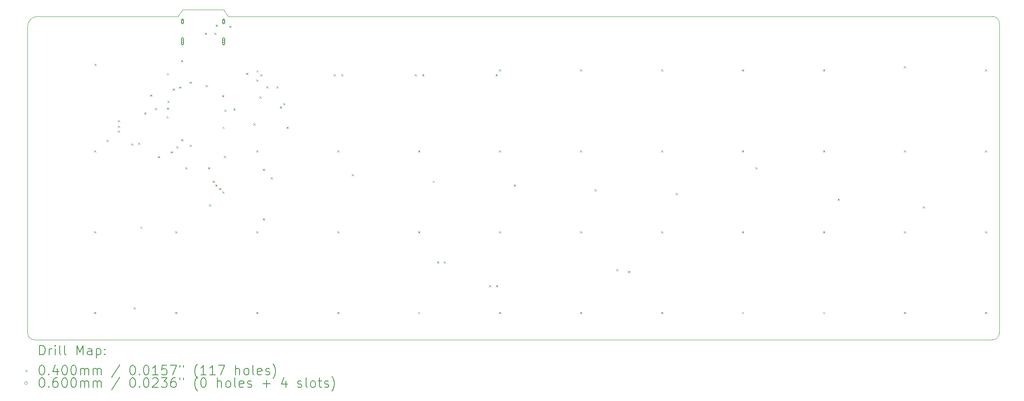
<source format=gbr>
%FSLAX45Y45*%
G04 Gerber Fmt 4.5, Leading zero omitted, Abs format (unit mm)*
G04 Created by KiCad (PCBNEW (6.0.4-0)) date 2023-09-21 22:36:33*
%MOMM*%
%LPD*%
G01*
G04 APERTURE LIST*
%TA.AperFunction,Profile*%
%ADD10C,0.100000*%
%TD*%
%ADD11C,0.200000*%
%ADD12C,0.040000*%
%ADD13C,0.060000*%
G04 APERTURE END LIST*
D10*
X7649996Y-1487496D02*
G75*
G03*
X7437496Y-1699998I4J-212504D01*
G01*
X11545828Y-1345833D02*
X11652078Y-1487499D01*
X10589578Y-1487499D02*
X10554162Y-1487499D01*
X7437503Y-8145829D02*
X7437503Y-1699999D01*
X27837487Y-8145829D02*
X27837487Y-1629166D01*
X7649996Y-1487498D02*
X10554162Y-1487499D01*
X27837485Y-1629162D02*
G75*
G03*
X27695822Y-1487495I-141665J2D01*
G01*
X27695822Y-1487495D02*
X11687494Y-1487499D01*
X11687494Y-1487499D02*
X11652078Y-1487499D01*
X7579170Y-8287496D02*
X27695820Y-8287496D01*
X10589578Y-1487499D02*
X10695828Y-1345833D01*
X10695828Y-1345833D02*
X11545828Y-1345833D01*
X7437494Y-8145829D02*
G75*
G03*
X7579170Y-8287496I141666J-1D01*
G01*
X27695820Y-8287497D02*
G75*
G03*
X27837487Y-8145829I0J141667D01*
G01*
D11*
D12*
X8834163Y-4300831D02*
X8874163Y-4340831D01*
X8874163Y-4300831D02*
X8834163Y-4340831D01*
X8834163Y-6000830D02*
X8874163Y-6040830D01*
X8874163Y-6000830D02*
X8834163Y-6040830D01*
X8834163Y-7700830D02*
X8874163Y-7740830D01*
X8874163Y-7700830D02*
X8834163Y-7740830D01*
X8840000Y-2480000D02*
X8880000Y-2520000D01*
X8880000Y-2480000D02*
X8840000Y-2520000D01*
X9094996Y-4082438D02*
X9134996Y-4122438D01*
X9134996Y-4082438D02*
X9094996Y-4122438D01*
X9329897Y-3785300D02*
X9369897Y-3825300D01*
X9369897Y-3785300D02*
X9329897Y-3825300D01*
X9329897Y-3885250D02*
X9369897Y-3925250D01*
X9369897Y-3885250D02*
X9329897Y-3925250D01*
X9329996Y-3663332D02*
X9369996Y-3703332D01*
X9369996Y-3663332D02*
X9329996Y-3703332D01*
X9613329Y-4159165D02*
X9653329Y-4199165D01*
X9653329Y-4159165D02*
X9613329Y-4199165D01*
X9659210Y-7605044D02*
X9699210Y-7645044D01*
X9699210Y-7605044D02*
X9659210Y-7645044D01*
X9754995Y-4137498D02*
X9794995Y-4177498D01*
X9794995Y-4137498D02*
X9754995Y-4177498D01*
X9800877Y-5905045D02*
X9840877Y-5945045D01*
X9840877Y-5905045D02*
X9800877Y-5945045D01*
X9886000Y-3504250D02*
X9926000Y-3544250D01*
X9926000Y-3504250D02*
X9886000Y-3544250D01*
X10006227Y-3128767D02*
X10046227Y-3168767D01*
X10046227Y-3128767D02*
X10006227Y-3168767D01*
X10109950Y-3409000D02*
X10149950Y-3449000D01*
X10149950Y-3409000D02*
X10109950Y-3449000D01*
X10171750Y-4422548D02*
X10211750Y-4462548D01*
X10211750Y-4422548D02*
X10171750Y-4462548D01*
X10350360Y-3586149D02*
X10390360Y-3626149D01*
X10390360Y-3586149D02*
X10350360Y-3626149D01*
X10360000Y-2680000D02*
X10400000Y-2720000D01*
X10400000Y-2680000D02*
X10360000Y-2720000D01*
X10360000Y-3402450D02*
X10400000Y-3442450D01*
X10400000Y-3402450D02*
X10360000Y-3442450D01*
X10370000Y-3257550D02*
X10410000Y-3297550D01*
X10410000Y-3257550D02*
X10370000Y-3297550D01*
X10442618Y-4321542D02*
X10482618Y-4361542D01*
X10482618Y-4321542D02*
X10442618Y-4361542D01*
X10484945Y-3002000D02*
X10524945Y-3042000D01*
X10524945Y-3002000D02*
X10484945Y-3042000D01*
X10534162Y-6000830D02*
X10574162Y-6040830D01*
X10574162Y-6000830D02*
X10534162Y-6040830D01*
X10534162Y-7700830D02*
X10574162Y-7740830D01*
X10574162Y-7700830D02*
X10534162Y-7740830D01*
X10555968Y-4215369D02*
X10595968Y-4255369D01*
X10595968Y-4215369D02*
X10555968Y-4255369D01*
X10615641Y-2959079D02*
X10655641Y-2999079D01*
X10655641Y-2959079D02*
X10615641Y-2999079D01*
X10656000Y-2402000D02*
X10696000Y-2442000D01*
X10696000Y-2402000D02*
X10656000Y-2442000D01*
X10660000Y-4068550D02*
X10700000Y-4108550D01*
X10700000Y-4068550D02*
X10660000Y-4108550D01*
X10746662Y-4654998D02*
X10786662Y-4694998D01*
X10786662Y-4654998D02*
X10746662Y-4694998D01*
X10839995Y-2857550D02*
X10879995Y-2897550D01*
X10879995Y-2857550D02*
X10839995Y-2897550D01*
X10840000Y-4180000D02*
X10880000Y-4220000D01*
X10880000Y-4180000D02*
X10840000Y-4220000D01*
X11155000Y-1830000D02*
X11195000Y-1870000D01*
X11195000Y-1830000D02*
X11155000Y-1870000D01*
X11173898Y-2930000D02*
X11213898Y-2970000D01*
X11213898Y-2930000D02*
X11173898Y-2970000D01*
X11222541Y-4654998D02*
X11262541Y-4694998D01*
X11262541Y-4654998D02*
X11222541Y-4694998D01*
X11242495Y-5434164D02*
X11282495Y-5474164D01*
X11282495Y-5434164D02*
X11242495Y-5474164D01*
X11320000Y-4940000D02*
X11360000Y-4980000D01*
X11360000Y-4940000D02*
X11320000Y-4980000D01*
X11355000Y-1830000D02*
X11395000Y-1870000D01*
X11395000Y-1830000D02*
X11355000Y-1870000D01*
X11375442Y-5023164D02*
X11415442Y-5063164D01*
X11415442Y-5023164D02*
X11375442Y-5063164D01*
X11384161Y-1657550D02*
X11424161Y-1697550D01*
X11424161Y-1657550D02*
X11384161Y-1697550D01*
X11454995Y-5093114D02*
X11494995Y-5133114D01*
X11494995Y-5093114D02*
X11454995Y-5133114D01*
X11520000Y-3141450D02*
X11560000Y-3181450D01*
X11560000Y-3141450D02*
X11520000Y-3181450D01*
X11526112Y-5163344D02*
X11566112Y-5203344D01*
X11566112Y-5163344D02*
X11526112Y-5203344D01*
X11527445Y-3804998D02*
X11567445Y-3844998D01*
X11567445Y-3804998D02*
X11527445Y-3844998D01*
X11560000Y-4420000D02*
X11600000Y-4460000D01*
X11600000Y-4420000D02*
X11560000Y-4460000D01*
X11563836Y-3443836D02*
X11603836Y-3483836D01*
X11603836Y-3443836D02*
X11563836Y-3483836D01*
X11667494Y-1679999D02*
X11707494Y-1719999D01*
X11707494Y-1679999D02*
X11667494Y-1719999D01*
X11756009Y-3420000D02*
X11796009Y-3460000D01*
X11796009Y-3420000D02*
X11756009Y-3460000D01*
X12021661Y-2671665D02*
X12061661Y-2711665D01*
X12061661Y-2671665D02*
X12021661Y-2711665D01*
X12173449Y-3732135D02*
X12213449Y-3772135D01*
X12213449Y-3732135D02*
X12173449Y-3772135D01*
X12234161Y-2813332D02*
X12274161Y-2853332D01*
X12274161Y-2813332D02*
X12234161Y-2853332D01*
X12234161Y-4300831D02*
X12274161Y-4340831D01*
X12274161Y-4300831D02*
X12234161Y-4340831D01*
X12234161Y-6000830D02*
X12274161Y-6040830D01*
X12274161Y-6000830D02*
X12234161Y-6040830D01*
X12234161Y-7700830D02*
X12274161Y-7740830D01*
X12274161Y-7700830D02*
X12234161Y-7740830D01*
X12240000Y-2620000D02*
X12280000Y-2660000D01*
X12280000Y-2620000D02*
X12240000Y-2660000D01*
X12304994Y-3167498D02*
X12344994Y-3207498D01*
X12344994Y-3167498D02*
X12304994Y-3207498D01*
X12320000Y-2700000D02*
X12360000Y-2740000D01*
X12360000Y-2700000D02*
X12320000Y-2740000D01*
X12375827Y-4690098D02*
X12415827Y-4730098D01*
X12415827Y-4690098D02*
X12375827Y-4730098D01*
X12375827Y-5732465D02*
X12415827Y-5772465D01*
X12415827Y-5732465D02*
X12375827Y-5772465D01*
X12446661Y-2954999D02*
X12486661Y-2994999D01*
X12486661Y-2954999D02*
X12446661Y-2994999D01*
X12540000Y-4869950D02*
X12580000Y-4909950D01*
X12580000Y-4869950D02*
X12540000Y-4909950D01*
X12659161Y-2954999D02*
X12699161Y-2994999D01*
X12699161Y-2954999D02*
X12659161Y-2994999D01*
X12729994Y-3379998D02*
X12769994Y-3419998D01*
X12769994Y-3379998D02*
X12729994Y-3419998D01*
X12800827Y-3309165D02*
X12840827Y-3349165D01*
X12840827Y-3309165D02*
X12800827Y-3349165D01*
X12871661Y-3804998D02*
X12911661Y-3844998D01*
X12911661Y-3804998D02*
X12871661Y-3844998D01*
X13860000Y-2700000D02*
X13900000Y-2740000D01*
X13900000Y-2700000D02*
X13860000Y-2740000D01*
X13934160Y-4300831D02*
X13974160Y-4340831D01*
X13974160Y-4300831D02*
X13934160Y-4340831D01*
X13934160Y-6000830D02*
X13974160Y-6040830D01*
X13974160Y-6000830D02*
X13934160Y-6040830D01*
X13934160Y-7700830D02*
X13974160Y-7740830D01*
X13974160Y-7700830D02*
X13934160Y-7740830D01*
X14020000Y-2700000D02*
X14060000Y-2740000D01*
X14060000Y-2700000D02*
X14020000Y-2740000D01*
X14240000Y-4800000D02*
X14280000Y-4840000D01*
X14280000Y-4800000D02*
X14240000Y-4840000D01*
X15560000Y-2700000D02*
X15600000Y-2740000D01*
X15600000Y-2700000D02*
X15560000Y-2740000D01*
X15634159Y-4300831D02*
X15674159Y-4340831D01*
X15674159Y-4300831D02*
X15634159Y-4340831D01*
X15634159Y-6000830D02*
X15674159Y-6040830D01*
X15674159Y-6000830D02*
X15634159Y-6040830D01*
X15634159Y-7700830D02*
X15674159Y-7740830D01*
X15674159Y-7700830D02*
X15634159Y-7740830D01*
X15720000Y-2700000D02*
X15760000Y-2740000D01*
X15760000Y-2700000D02*
X15720000Y-2740000D01*
X15940000Y-4940000D02*
X15980000Y-4980000D01*
X15980000Y-4940000D02*
X15940000Y-4980000D01*
X16032495Y-6638330D02*
X16072495Y-6678330D01*
X16072495Y-6638330D02*
X16032495Y-6678330D01*
X16172395Y-6638330D02*
X16212395Y-6678330D01*
X16212395Y-6638330D02*
X16172395Y-6678330D01*
X17121659Y-7134163D02*
X17161659Y-7174163D01*
X17161659Y-7134163D02*
X17121659Y-7174163D01*
X17260000Y-2700000D02*
X17300000Y-2740000D01*
X17300000Y-2700000D02*
X17260000Y-2740000D01*
X17267400Y-7134163D02*
X17307400Y-7174163D01*
X17307400Y-7134163D02*
X17267400Y-7174163D01*
X17334159Y-2600832D02*
X17374159Y-2640832D01*
X17374159Y-2600832D02*
X17334159Y-2640832D01*
X17334159Y-4300831D02*
X17374159Y-4340831D01*
X17374159Y-4300831D02*
X17334159Y-4340831D01*
X17334159Y-6000830D02*
X17374159Y-6040830D01*
X17374159Y-6000830D02*
X17334159Y-6040830D01*
X17334159Y-7700830D02*
X17374159Y-7740830D01*
X17374159Y-7700830D02*
X17334159Y-7740830D01*
X17640000Y-5020000D02*
X17680000Y-5060000D01*
X17680000Y-5020000D02*
X17640000Y-5060000D01*
X19034158Y-2600832D02*
X19074158Y-2640832D01*
X19074158Y-2600832D02*
X19034158Y-2640832D01*
X19034158Y-4300831D02*
X19074158Y-4340831D01*
X19074158Y-4300831D02*
X19034158Y-4340831D01*
X19034158Y-6000830D02*
X19074158Y-6040830D01*
X19074158Y-6000830D02*
X19034158Y-6040830D01*
X19034158Y-7700830D02*
X19074158Y-7740830D01*
X19074158Y-7700830D02*
X19034158Y-7740830D01*
X19340000Y-5120000D02*
X19380000Y-5160000D01*
X19380000Y-5120000D02*
X19340000Y-5160000D01*
X19796678Y-6796643D02*
X19836678Y-6836643D01*
X19836678Y-6796643D02*
X19796678Y-6836643D01*
X20040804Y-6835850D02*
X20080804Y-6875850D01*
X20080804Y-6835850D02*
X20040804Y-6875850D01*
X20734157Y-2600832D02*
X20774157Y-2640832D01*
X20774157Y-2600832D02*
X20734157Y-2640832D01*
X20734157Y-4300831D02*
X20774157Y-4340831D01*
X20774157Y-4300831D02*
X20734157Y-4340831D01*
X20734157Y-6000830D02*
X20774157Y-6040830D01*
X20774157Y-6000830D02*
X20734157Y-6040830D01*
X20734157Y-7700830D02*
X20774157Y-7740830D01*
X20774157Y-7700830D02*
X20734157Y-7740830D01*
X21039990Y-5199165D02*
X21079990Y-5239165D01*
X21079990Y-5199165D02*
X21039990Y-5239165D01*
X22434156Y-2600832D02*
X22474156Y-2640832D01*
X22474156Y-2600832D02*
X22434156Y-2640832D01*
X22434156Y-4300831D02*
X22474156Y-4340831D01*
X22474156Y-4300831D02*
X22434156Y-4340831D01*
X22434156Y-6000830D02*
X22474156Y-6040830D01*
X22474156Y-6000830D02*
X22434156Y-6040830D01*
X22434156Y-7700830D02*
X22474156Y-7740830D01*
X22474156Y-7700830D02*
X22434156Y-7740830D01*
X22717489Y-4654998D02*
X22757489Y-4694998D01*
X22757489Y-4654998D02*
X22717489Y-4694998D01*
X24134155Y-2600832D02*
X24174155Y-2640832D01*
X24174155Y-2600832D02*
X24134155Y-2640832D01*
X24134155Y-4300831D02*
X24174155Y-4340831D01*
X24174155Y-4300831D02*
X24134155Y-4340831D01*
X24134155Y-6000830D02*
X24174155Y-6040830D01*
X24174155Y-6000830D02*
X24134155Y-6040830D01*
X24134155Y-7700830D02*
X24174155Y-7740830D01*
X24174155Y-7700830D02*
X24134155Y-7740830D01*
X24439988Y-5314997D02*
X24479988Y-5354997D01*
X24479988Y-5314997D02*
X24439988Y-5354997D01*
X25834154Y-2529999D02*
X25874154Y-2569999D01*
X25874154Y-2529999D02*
X25834154Y-2569999D01*
X25834154Y-4300831D02*
X25874154Y-4340831D01*
X25874154Y-4300831D02*
X25834154Y-4340831D01*
X25834154Y-6000830D02*
X25874154Y-6040830D01*
X25874154Y-6000830D02*
X25834154Y-6040830D01*
X25834154Y-7700830D02*
X25874154Y-7740830D01*
X25874154Y-7700830D02*
X25834154Y-7740830D01*
X26229842Y-5475685D02*
X26269842Y-5515685D01*
X26269842Y-5475685D02*
X26229842Y-5515685D01*
X27534154Y-2600832D02*
X27574154Y-2640832D01*
X27574154Y-2600832D02*
X27534154Y-2640832D01*
X27534154Y-4300831D02*
X27574154Y-4340831D01*
X27574154Y-4300831D02*
X27534154Y-4340831D01*
X27534154Y-6000830D02*
X27574154Y-6040830D01*
X27574154Y-6000830D02*
X27534154Y-6040830D01*
X27534154Y-7700830D02*
X27574154Y-7740830D01*
X27574154Y-7700830D02*
X27534154Y-7740830D01*
D13*
X10718828Y-1592499D02*
G75*
G03*
X10718828Y-1592499I-30000J0D01*
G01*
D11*
X10668828Y-1562499D02*
X10668828Y-1622499D01*
X10708828Y-1562499D02*
X10708828Y-1622499D01*
X10668828Y-1622499D02*
G75*
G03*
X10708828Y-1622499I20000J0D01*
G01*
X10708828Y-1562499D02*
G75*
G03*
X10668828Y-1562499I-20000J0D01*
G01*
D13*
X10718828Y-2010499D02*
G75*
G03*
X10718828Y-2010499I-30000J0D01*
G01*
D11*
X10668828Y-1955499D02*
X10668828Y-2065499D01*
X10708828Y-1955499D02*
X10708828Y-2065499D01*
X10668828Y-2065499D02*
G75*
G03*
X10708828Y-2065499I20000J0D01*
G01*
X10708828Y-1955499D02*
G75*
G03*
X10668828Y-1955499I-20000J0D01*
G01*
D13*
X11582828Y-1592499D02*
G75*
G03*
X11582828Y-1592499I-30000J0D01*
G01*
D11*
X11532828Y-1562499D02*
X11532828Y-1622499D01*
X11572828Y-1562499D02*
X11572828Y-1622499D01*
X11532828Y-1622499D02*
G75*
G03*
X11572828Y-1622499I20000J0D01*
G01*
X11572828Y-1562499D02*
G75*
G03*
X11532828Y-1562499I-20000J0D01*
G01*
D13*
X11582828Y-2010499D02*
G75*
G03*
X11582828Y-2010499I-30000J0D01*
G01*
D11*
X11532828Y-1955499D02*
X11532828Y-2065499D01*
X11572828Y-1955499D02*
X11572828Y-2065499D01*
X11532828Y-2065499D02*
G75*
G03*
X11572828Y-2065499I20000J0D01*
G01*
X11572828Y-1955499D02*
G75*
G03*
X11532828Y-1955499I-20000J0D01*
G01*
X7690115Y-8602972D02*
X7690115Y-8402972D01*
X7737734Y-8402972D01*
X7766306Y-8412496D01*
X7785354Y-8431544D01*
X7794877Y-8450591D01*
X7804401Y-8488687D01*
X7804401Y-8517258D01*
X7794877Y-8555353D01*
X7785354Y-8574401D01*
X7766306Y-8593448D01*
X7737734Y-8602972D01*
X7690115Y-8602972D01*
X7890115Y-8602972D02*
X7890115Y-8469639D01*
X7890115Y-8507734D02*
X7899639Y-8488687D01*
X7909163Y-8479163D01*
X7928211Y-8469639D01*
X7947258Y-8469639D01*
X8013925Y-8602972D02*
X8013925Y-8469639D01*
X8013925Y-8402972D02*
X8004401Y-8412496D01*
X8013925Y-8422020D01*
X8023449Y-8412496D01*
X8013925Y-8402972D01*
X8013925Y-8422020D01*
X8137734Y-8602972D02*
X8118687Y-8593448D01*
X8109163Y-8574401D01*
X8109163Y-8402972D01*
X8242496Y-8602972D02*
X8223449Y-8593448D01*
X8213925Y-8574401D01*
X8213925Y-8402972D01*
X8471068Y-8602972D02*
X8471068Y-8402972D01*
X8537735Y-8545829D01*
X8604401Y-8402972D01*
X8604401Y-8602972D01*
X8785354Y-8602972D02*
X8785354Y-8498210D01*
X8775830Y-8479163D01*
X8756782Y-8469639D01*
X8718687Y-8469639D01*
X8699639Y-8479163D01*
X8785354Y-8593448D02*
X8766306Y-8602972D01*
X8718687Y-8602972D01*
X8699639Y-8593448D01*
X8690116Y-8574401D01*
X8690116Y-8555353D01*
X8699639Y-8536306D01*
X8718687Y-8526782D01*
X8766306Y-8526782D01*
X8785354Y-8517258D01*
X8880592Y-8469639D02*
X8880592Y-8669639D01*
X8880592Y-8479163D02*
X8899639Y-8469639D01*
X8937735Y-8469639D01*
X8956782Y-8479163D01*
X8966306Y-8488687D01*
X8975830Y-8507734D01*
X8975830Y-8564877D01*
X8966306Y-8583925D01*
X8956782Y-8593448D01*
X8937735Y-8602972D01*
X8899639Y-8602972D01*
X8880592Y-8593448D01*
X9061544Y-8583925D02*
X9071068Y-8593448D01*
X9061544Y-8602972D01*
X9052020Y-8593448D01*
X9061544Y-8583925D01*
X9061544Y-8602972D01*
X9061544Y-8479163D02*
X9071068Y-8488687D01*
X9061544Y-8498210D01*
X9052020Y-8488687D01*
X9061544Y-8479163D01*
X9061544Y-8498210D01*
D12*
X7392496Y-8912496D02*
X7432496Y-8952496D01*
X7432496Y-8912496D02*
X7392496Y-8952496D01*
D11*
X7728211Y-8822972D02*
X7747258Y-8822972D01*
X7766306Y-8832496D01*
X7775830Y-8842020D01*
X7785354Y-8861068D01*
X7794877Y-8899163D01*
X7794877Y-8946782D01*
X7785354Y-8984877D01*
X7775830Y-9003925D01*
X7766306Y-9013448D01*
X7747258Y-9022972D01*
X7728211Y-9022972D01*
X7709163Y-9013448D01*
X7699639Y-9003925D01*
X7690115Y-8984877D01*
X7680592Y-8946782D01*
X7680592Y-8899163D01*
X7690115Y-8861068D01*
X7699639Y-8842020D01*
X7709163Y-8832496D01*
X7728211Y-8822972D01*
X7880592Y-9003925D02*
X7890115Y-9013448D01*
X7880592Y-9022972D01*
X7871068Y-9013448D01*
X7880592Y-9003925D01*
X7880592Y-9022972D01*
X8061544Y-8889639D02*
X8061544Y-9022972D01*
X8013925Y-8813448D02*
X7966306Y-8956306D01*
X8090115Y-8956306D01*
X8204401Y-8822972D02*
X8223449Y-8822972D01*
X8242496Y-8832496D01*
X8252020Y-8842020D01*
X8261544Y-8861068D01*
X8271068Y-8899163D01*
X8271068Y-8946782D01*
X8261544Y-8984877D01*
X8252020Y-9003925D01*
X8242496Y-9013448D01*
X8223449Y-9022972D01*
X8204401Y-9022972D01*
X8185354Y-9013448D01*
X8175830Y-9003925D01*
X8166306Y-8984877D01*
X8156782Y-8946782D01*
X8156782Y-8899163D01*
X8166306Y-8861068D01*
X8175830Y-8842020D01*
X8185354Y-8832496D01*
X8204401Y-8822972D01*
X8394877Y-8822972D02*
X8413925Y-8822972D01*
X8432973Y-8832496D01*
X8442497Y-8842020D01*
X8452020Y-8861068D01*
X8461544Y-8899163D01*
X8461544Y-8946782D01*
X8452020Y-8984877D01*
X8442497Y-9003925D01*
X8432973Y-9013448D01*
X8413925Y-9022972D01*
X8394877Y-9022972D01*
X8375830Y-9013448D01*
X8366306Y-9003925D01*
X8356782Y-8984877D01*
X8347258Y-8946782D01*
X8347258Y-8899163D01*
X8356782Y-8861068D01*
X8366306Y-8842020D01*
X8375830Y-8832496D01*
X8394877Y-8822972D01*
X8547258Y-9022972D02*
X8547258Y-8889639D01*
X8547258Y-8908687D02*
X8556782Y-8899163D01*
X8575830Y-8889639D01*
X8604401Y-8889639D01*
X8623449Y-8899163D01*
X8632973Y-8918210D01*
X8632973Y-9022972D01*
X8632973Y-8918210D02*
X8642497Y-8899163D01*
X8661544Y-8889639D01*
X8690116Y-8889639D01*
X8709163Y-8899163D01*
X8718687Y-8918210D01*
X8718687Y-9022972D01*
X8813925Y-9022972D02*
X8813925Y-8889639D01*
X8813925Y-8908687D02*
X8823449Y-8899163D01*
X8842497Y-8889639D01*
X8871068Y-8889639D01*
X8890116Y-8899163D01*
X8899639Y-8918210D01*
X8899639Y-9022972D01*
X8899639Y-8918210D02*
X8909163Y-8899163D01*
X8928211Y-8889639D01*
X8956782Y-8889639D01*
X8975830Y-8899163D01*
X8985354Y-8918210D01*
X8985354Y-9022972D01*
X9375830Y-8813448D02*
X9204401Y-9070591D01*
X9632973Y-8822972D02*
X9652020Y-8822972D01*
X9671068Y-8832496D01*
X9680592Y-8842020D01*
X9690116Y-8861068D01*
X9699639Y-8899163D01*
X9699639Y-8946782D01*
X9690116Y-8984877D01*
X9680592Y-9003925D01*
X9671068Y-9013448D01*
X9652020Y-9022972D01*
X9632973Y-9022972D01*
X9613925Y-9013448D01*
X9604401Y-9003925D01*
X9594877Y-8984877D01*
X9585354Y-8946782D01*
X9585354Y-8899163D01*
X9594877Y-8861068D01*
X9604401Y-8842020D01*
X9613925Y-8832496D01*
X9632973Y-8822972D01*
X9785354Y-9003925D02*
X9794877Y-9013448D01*
X9785354Y-9022972D01*
X9775830Y-9013448D01*
X9785354Y-9003925D01*
X9785354Y-9022972D01*
X9918687Y-8822972D02*
X9937735Y-8822972D01*
X9956782Y-8832496D01*
X9966306Y-8842020D01*
X9975830Y-8861068D01*
X9985354Y-8899163D01*
X9985354Y-8946782D01*
X9975830Y-8984877D01*
X9966306Y-9003925D01*
X9956782Y-9013448D01*
X9937735Y-9022972D01*
X9918687Y-9022972D01*
X9899639Y-9013448D01*
X9890116Y-9003925D01*
X9880592Y-8984877D01*
X9871068Y-8946782D01*
X9871068Y-8899163D01*
X9880592Y-8861068D01*
X9890116Y-8842020D01*
X9899639Y-8832496D01*
X9918687Y-8822972D01*
X10175830Y-9022972D02*
X10061544Y-9022972D01*
X10118687Y-9022972D02*
X10118687Y-8822972D01*
X10099639Y-8851544D01*
X10080592Y-8870591D01*
X10061544Y-8880115D01*
X10356782Y-8822972D02*
X10261544Y-8822972D01*
X10252020Y-8918210D01*
X10261544Y-8908687D01*
X10280592Y-8899163D01*
X10328211Y-8899163D01*
X10347258Y-8908687D01*
X10356782Y-8918210D01*
X10366306Y-8937258D01*
X10366306Y-8984877D01*
X10356782Y-9003925D01*
X10347258Y-9013448D01*
X10328211Y-9022972D01*
X10280592Y-9022972D01*
X10261544Y-9013448D01*
X10252020Y-9003925D01*
X10432973Y-8822972D02*
X10566306Y-8822972D01*
X10480592Y-9022972D01*
X10632973Y-8822972D02*
X10632973Y-8861068D01*
X10709163Y-8822972D02*
X10709163Y-8861068D01*
X11004401Y-9099163D02*
X10994877Y-9089639D01*
X10975830Y-9061068D01*
X10966306Y-9042020D01*
X10956782Y-9013448D01*
X10947258Y-8965829D01*
X10947258Y-8927734D01*
X10956782Y-8880115D01*
X10966306Y-8851544D01*
X10975830Y-8832496D01*
X10994877Y-8803925D01*
X11004401Y-8794401D01*
X11185354Y-9022972D02*
X11071068Y-9022972D01*
X11128211Y-9022972D02*
X11128211Y-8822972D01*
X11109163Y-8851544D01*
X11090116Y-8870591D01*
X11071068Y-8880115D01*
X11375830Y-9022972D02*
X11261544Y-9022972D01*
X11318687Y-9022972D02*
X11318687Y-8822972D01*
X11299639Y-8851544D01*
X11280592Y-8870591D01*
X11261544Y-8880115D01*
X11442496Y-8822972D02*
X11575830Y-8822972D01*
X11490115Y-9022972D01*
X11804401Y-9022972D02*
X11804401Y-8822972D01*
X11890115Y-9022972D02*
X11890115Y-8918210D01*
X11880592Y-8899163D01*
X11861544Y-8889639D01*
X11832973Y-8889639D01*
X11813925Y-8899163D01*
X11804401Y-8908687D01*
X12013925Y-9022972D02*
X11994877Y-9013448D01*
X11985354Y-9003925D01*
X11975830Y-8984877D01*
X11975830Y-8927734D01*
X11985354Y-8908687D01*
X11994877Y-8899163D01*
X12013925Y-8889639D01*
X12042496Y-8889639D01*
X12061544Y-8899163D01*
X12071068Y-8908687D01*
X12080592Y-8927734D01*
X12080592Y-8984877D01*
X12071068Y-9003925D01*
X12061544Y-9013448D01*
X12042496Y-9022972D01*
X12013925Y-9022972D01*
X12194877Y-9022972D02*
X12175830Y-9013448D01*
X12166306Y-8994401D01*
X12166306Y-8822972D01*
X12347258Y-9013448D02*
X12328211Y-9022972D01*
X12290115Y-9022972D01*
X12271068Y-9013448D01*
X12261544Y-8994401D01*
X12261544Y-8918210D01*
X12271068Y-8899163D01*
X12290115Y-8889639D01*
X12328211Y-8889639D01*
X12347258Y-8899163D01*
X12356782Y-8918210D01*
X12356782Y-8937258D01*
X12261544Y-8956306D01*
X12432973Y-9013448D02*
X12452020Y-9022972D01*
X12490115Y-9022972D01*
X12509163Y-9013448D01*
X12518687Y-8994401D01*
X12518687Y-8984877D01*
X12509163Y-8965829D01*
X12490115Y-8956306D01*
X12461544Y-8956306D01*
X12442496Y-8946782D01*
X12432973Y-8927734D01*
X12432973Y-8918210D01*
X12442496Y-8899163D01*
X12461544Y-8889639D01*
X12490115Y-8889639D01*
X12509163Y-8899163D01*
X12585354Y-9099163D02*
X12594877Y-9089639D01*
X12613925Y-9061068D01*
X12623449Y-9042020D01*
X12632973Y-9013448D01*
X12642496Y-8965829D01*
X12642496Y-8927734D01*
X12632973Y-8880115D01*
X12623449Y-8851544D01*
X12613925Y-8832496D01*
X12594877Y-8803925D01*
X12585354Y-8794401D01*
D13*
X7432496Y-9196496D02*
G75*
G03*
X7432496Y-9196496I-30000J0D01*
G01*
D11*
X7728211Y-9086972D02*
X7747258Y-9086972D01*
X7766306Y-9096496D01*
X7775830Y-9106020D01*
X7785354Y-9125068D01*
X7794877Y-9163163D01*
X7794877Y-9210782D01*
X7785354Y-9248877D01*
X7775830Y-9267925D01*
X7766306Y-9277448D01*
X7747258Y-9286972D01*
X7728211Y-9286972D01*
X7709163Y-9277448D01*
X7699639Y-9267925D01*
X7690115Y-9248877D01*
X7680592Y-9210782D01*
X7680592Y-9163163D01*
X7690115Y-9125068D01*
X7699639Y-9106020D01*
X7709163Y-9096496D01*
X7728211Y-9086972D01*
X7880592Y-9267925D02*
X7890115Y-9277448D01*
X7880592Y-9286972D01*
X7871068Y-9277448D01*
X7880592Y-9267925D01*
X7880592Y-9286972D01*
X8061544Y-9086972D02*
X8023449Y-9086972D01*
X8004401Y-9096496D01*
X7994877Y-9106020D01*
X7975830Y-9134591D01*
X7966306Y-9172687D01*
X7966306Y-9248877D01*
X7975830Y-9267925D01*
X7985354Y-9277448D01*
X8004401Y-9286972D01*
X8042496Y-9286972D01*
X8061544Y-9277448D01*
X8071068Y-9267925D01*
X8080592Y-9248877D01*
X8080592Y-9201258D01*
X8071068Y-9182210D01*
X8061544Y-9172687D01*
X8042496Y-9163163D01*
X8004401Y-9163163D01*
X7985354Y-9172687D01*
X7975830Y-9182210D01*
X7966306Y-9201258D01*
X8204401Y-9086972D02*
X8223449Y-9086972D01*
X8242496Y-9096496D01*
X8252020Y-9106020D01*
X8261544Y-9125068D01*
X8271068Y-9163163D01*
X8271068Y-9210782D01*
X8261544Y-9248877D01*
X8252020Y-9267925D01*
X8242496Y-9277448D01*
X8223449Y-9286972D01*
X8204401Y-9286972D01*
X8185354Y-9277448D01*
X8175830Y-9267925D01*
X8166306Y-9248877D01*
X8156782Y-9210782D01*
X8156782Y-9163163D01*
X8166306Y-9125068D01*
X8175830Y-9106020D01*
X8185354Y-9096496D01*
X8204401Y-9086972D01*
X8394877Y-9086972D02*
X8413925Y-9086972D01*
X8432973Y-9096496D01*
X8442497Y-9106020D01*
X8452020Y-9125068D01*
X8461544Y-9163163D01*
X8461544Y-9210782D01*
X8452020Y-9248877D01*
X8442497Y-9267925D01*
X8432973Y-9277448D01*
X8413925Y-9286972D01*
X8394877Y-9286972D01*
X8375830Y-9277448D01*
X8366306Y-9267925D01*
X8356782Y-9248877D01*
X8347258Y-9210782D01*
X8347258Y-9163163D01*
X8356782Y-9125068D01*
X8366306Y-9106020D01*
X8375830Y-9096496D01*
X8394877Y-9086972D01*
X8547258Y-9286972D02*
X8547258Y-9153639D01*
X8547258Y-9172687D02*
X8556782Y-9163163D01*
X8575830Y-9153639D01*
X8604401Y-9153639D01*
X8623449Y-9163163D01*
X8632973Y-9182210D01*
X8632973Y-9286972D01*
X8632973Y-9182210D02*
X8642497Y-9163163D01*
X8661544Y-9153639D01*
X8690116Y-9153639D01*
X8709163Y-9163163D01*
X8718687Y-9182210D01*
X8718687Y-9286972D01*
X8813925Y-9286972D02*
X8813925Y-9153639D01*
X8813925Y-9172687D02*
X8823449Y-9163163D01*
X8842497Y-9153639D01*
X8871068Y-9153639D01*
X8890116Y-9163163D01*
X8899639Y-9182210D01*
X8899639Y-9286972D01*
X8899639Y-9182210D02*
X8909163Y-9163163D01*
X8928211Y-9153639D01*
X8956782Y-9153639D01*
X8975830Y-9163163D01*
X8985354Y-9182210D01*
X8985354Y-9286972D01*
X9375830Y-9077448D02*
X9204401Y-9334591D01*
X9632973Y-9086972D02*
X9652020Y-9086972D01*
X9671068Y-9096496D01*
X9680592Y-9106020D01*
X9690116Y-9125068D01*
X9699639Y-9163163D01*
X9699639Y-9210782D01*
X9690116Y-9248877D01*
X9680592Y-9267925D01*
X9671068Y-9277448D01*
X9652020Y-9286972D01*
X9632973Y-9286972D01*
X9613925Y-9277448D01*
X9604401Y-9267925D01*
X9594877Y-9248877D01*
X9585354Y-9210782D01*
X9585354Y-9163163D01*
X9594877Y-9125068D01*
X9604401Y-9106020D01*
X9613925Y-9096496D01*
X9632973Y-9086972D01*
X9785354Y-9267925D02*
X9794877Y-9277448D01*
X9785354Y-9286972D01*
X9775830Y-9277448D01*
X9785354Y-9267925D01*
X9785354Y-9286972D01*
X9918687Y-9086972D02*
X9937735Y-9086972D01*
X9956782Y-9096496D01*
X9966306Y-9106020D01*
X9975830Y-9125068D01*
X9985354Y-9163163D01*
X9985354Y-9210782D01*
X9975830Y-9248877D01*
X9966306Y-9267925D01*
X9956782Y-9277448D01*
X9937735Y-9286972D01*
X9918687Y-9286972D01*
X9899639Y-9277448D01*
X9890116Y-9267925D01*
X9880592Y-9248877D01*
X9871068Y-9210782D01*
X9871068Y-9163163D01*
X9880592Y-9125068D01*
X9890116Y-9106020D01*
X9899639Y-9096496D01*
X9918687Y-9086972D01*
X10061544Y-9106020D02*
X10071068Y-9096496D01*
X10090116Y-9086972D01*
X10137735Y-9086972D01*
X10156782Y-9096496D01*
X10166306Y-9106020D01*
X10175830Y-9125068D01*
X10175830Y-9144115D01*
X10166306Y-9172687D01*
X10052020Y-9286972D01*
X10175830Y-9286972D01*
X10242497Y-9086972D02*
X10366306Y-9086972D01*
X10299639Y-9163163D01*
X10328211Y-9163163D01*
X10347258Y-9172687D01*
X10356782Y-9182210D01*
X10366306Y-9201258D01*
X10366306Y-9248877D01*
X10356782Y-9267925D01*
X10347258Y-9277448D01*
X10328211Y-9286972D01*
X10271068Y-9286972D01*
X10252020Y-9277448D01*
X10242497Y-9267925D01*
X10537735Y-9086972D02*
X10499639Y-9086972D01*
X10480592Y-9096496D01*
X10471068Y-9106020D01*
X10452020Y-9134591D01*
X10442496Y-9172687D01*
X10442496Y-9248877D01*
X10452020Y-9267925D01*
X10461544Y-9277448D01*
X10480592Y-9286972D01*
X10518687Y-9286972D01*
X10537735Y-9277448D01*
X10547258Y-9267925D01*
X10556782Y-9248877D01*
X10556782Y-9201258D01*
X10547258Y-9182210D01*
X10537735Y-9172687D01*
X10518687Y-9163163D01*
X10480592Y-9163163D01*
X10461544Y-9172687D01*
X10452020Y-9182210D01*
X10442496Y-9201258D01*
X10632973Y-9086972D02*
X10632973Y-9125068D01*
X10709163Y-9086972D02*
X10709163Y-9125068D01*
X11004401Y-9363163D02*
X10994877Y-9353639D01*
X10975830Y-9325068D01*
X10966306Y-9306020D01*
X10956782Y-9277448D01*
X10947258Y-9229829D01*
X10947258Y-9191734D01*
X10956782Y-9144115D01*
X10966306Y-9115544D01*
X10975830Y-9096496D01*
X10994877Y-9067925D01*
X11004401Y-9058401D01*
X11118687Y-9086972D02*
X11137735Y-9086972D01*
X11156782Y-9096496D01*
X11166306Y-9106020D01*
X11175830Y-9125068D01*
X11185354Y-9163163D01*
X11185354Y-9210782D01*
X11175830Y-9248877D01*
X11166306Y-9267925D01*
X11156782Y-9277448D01*
X11137735Y-9286972D01*
X11118687Y-9286972D01*
X11099639Y-9277448D01*
X11090116Y-9267925D01*
X11080592Y-9248877D01*
X11071068Y-9210782D01*
X11071068Y-9163163D01*
X11080592Y-9125068D01*
X11090116Y-9106020D01*
X11099639Y-9096496D01*
X11118687Y-9086972D01*
X11423449Y-9286972D02*
X11423449Y-9086972D01*
X11509163Y-9286972D02*
X11509163Y-9182210D01*
X11499639Y-9163163D01*
X11480592Y-9153639D01*
X11452020Y-9153639D01*
X11432973Y-9163163D01*
X11423449Y-9172687D01*
X11632973Y-9286972D02*
X11613925Y-9277448D01*
X11604401Y-9267925D01*
X11594877Y-9248877D01*
X11594877Y-9191734D01*
X11604401Y-9172687D01*
X11613925Y-9163163D01*
X11632973Y-9153639D01*
X11661544Y-9153639D01*
X11680592Y-9163163D01*
X11690115Y-9172687D01*
X11699639Y-9191734D01*
X11699639Y-9248877D01*
X11690115Y-9267925D01*
X11680592Y-9277448D01*
X11661544Y-9286972D01*
X11632973Y-9286972D01*
X11813925Y-9286972D02*
X11794877Y-9277448D01*
X11785354Y-9258401D01*
X11785354Y-9086972D01*
X11966306Y-9277448D02*
X11947258Y-9286972D01*
X11909163Y-9286972D01*
X11890115Y-9277448D01*
X11880592Y-9258401D01*
X11880592Y-9182210D01*
X11890115Y-9163163D01*
X11909163Y-9153639D01*
X11947258Y-9153639D01*
X11966306Y-9163163D01*
X11975830Y-9182210D01*
X11975830Y-9201258D01*
X11880592Y-9220306D01*
X12052020Y-9277448D02*
X12071068Y-9286972D01*
X12109163Y-9286972D01*
X12128211Y-9277448D01*
X12137734Y-9258401D01*
X12137734Y-9248877D01*
X12128211Y-9229829D01*
X12109163Y-9220306D01*
X12080592Y-9220306D01*
X12061544Y-9210782D01*
X12052020Y-9191734D01*
X12052020Y-9182210D01*
X12061544Y-9163163D01*
X12080592Y-9153639D01*
X12109163Y-9153639D01*
X12128211Y-9163163D01*
X12375830Y-9210782D02*
X12528211Y-9210782D01*
X12452020Y-9286972D02*
X12452020Y-9134591D01*
X12861544Y-9153639D02*
X12861544Y-9286972D01*
X12813925Y-9077448D02*
X12766306Y-9220306D01*
X12890115Y-9220306D01*
X13109163Y-9277448D02*
X13128211Y-9286972D01*
X13166306Y-9286972D01*
X13185354Y-9277448D01*
X13194877Y-9258401D01*
X13194877Y-9248877D01*
X13185354Y-9229829D01*
X13166306Y-9220306D01*
X13137734Y-9220306D01*
X13118687Y-9210782D01*
X13109163Y-9191734D01*
X13109163Y-9182210D01*
X13118687Y-9163163D01*
X13137734Y-9153639D01*
X13166306Y-9153639D01*
X13185354Y-9163163D01*
X13309163Y-9286972D02*
X13290115Y-9277448D01*
X13280592Y-9258401D01*
X13280592Y-9086972D01*
X13413925Y-9286972D02*
X13394877Y-9277448D01*
X13385354Y-9267925D01*
X13375830Y-9248877D01*
X13375830Y-9191734D01*
X13385354Y-9172687D01*
X13394877Y-9163163D01*
X13413925Y-9153639D01*
X13442496Y-9153639D01*
X13461544Y-9163163D01*
X13471068Y-9172687D01*
X13480592Y-9191734D01*
X13480592Y-9248877D01*
X13471068Y-9267925D01*
X13461544Y-9277448D01*
X13442496Y-9286972D01*
X13413925Y-9286972D01*
X13537734Y-9153639D02*
X13613925Y-9153639D01*
X13566306Y-9086972D02*
X13566306Y-9258401D01*
X13575830Y-9277448D01*
X13594877Y-9286972D01*
X13613925Y-9286972D01*
X13671068Y-9277448D02*
X13690115Y-9286972D01*
X13728211Y-9286972D01*
X13747258Y-9277448D01*
X13756782Y-9258401D01*
X13756782Y-9248877D01*
X13747258Y-9229829D01*
X13728211Y-9220306D01*
X13699639Y-9220306D01*
X13680592Y-9210782D01*
X13671068Y-9191734D01*
X13671068Y-9182210D01*
X13680592Y-9163163D01*
X13699639Y-9153639D01*
X13728211Y-9153639D01*
X13747258Y-9163163D01*
X13823449Y-9363163D02*
X13832973Y-9353639D01*
X13852020Y-9325068D01*
X13861544Y-9306020D01*
X13871068Y-9277448D01*
X13880592Y-9229829D01*
X13880592Y-9191734D01*
X13871068Y-9144115D01*
X13861544Y-9115544D01*
X13852020Y-9096496D01*
X13832973Y-9067925D01*
X13823449Y-9058401D01*
M02*

</source>
